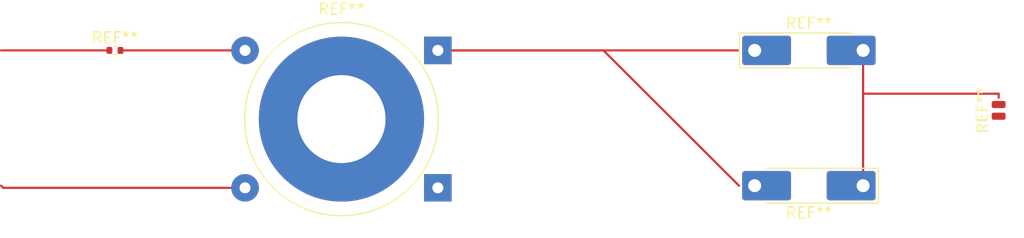
<source format=kicad_pcb>
(kicad_pcb (version 20240108) (generator "pcbnew") (generator_version "8.0")
  (layers (0 "F.Cu" signal) (31 "B.Cu" signal) (34 "B.Paste" user) (35 "F.Paste" user) (36 "B.SilkS" user "B.Silkscreen") (37 "F.SilkS" user "F.Silkscreen") (38 "B.Mask" user) (39 "F.Mask" user) (44 "Edge.Cuts" user))
  (net 0 "")
  (footprint "Transformer_THT:Transformer_Toroid_Horizontal_D18.0mm" (layer "F.Cu") (at 48 68)
    (property "Reference" "REF**" (at 8.89 -3.81 0) (layer "F.SilkS"))
    (property "Value" "Transformer_Toroid_Horizontal_D18.0mm")
    (fp_circle (center 8.89 6.35) (end 17.49 8.75) (stroke (width 0.12)) (fill none) (layer "F.SilkS"))
    (pad "" thru_hole circle (at 8.89 6.35) (size 15.24 15.24) (drill 8.13) (layers "*.Cu" "*.Mask"))
    (pad "1" thru_hole circle (at 0 0) (size 2.54 2.54) (drill 1.02) (layers "*.Cu" "*.Mask"))
    (pad "2" thru_hole circle (at 0 12.7) (size 2.54 2.54) (drill 1.02) (layers "*.Cu" "*.Mask"))
    (pad "3" thru_hole rect (at 17.78 0) (size 2.54 2.54) (drill 1.02) (layers "*.Cu" "*.Mask"))
    (pad "4" thru_hole rect (at 17.78 12.7) (size 2.54 2.54) (drill 1.02) (layers "*.Cu" "*.Mask"))
  )
  (footprint "Diode_SMD:D_MELF-RM10_Universal_Handsoldering" (layer "F.Cu") (at 100 80.5 180)
    (property "Reference" "REF**" (at 0 -2.5 360) (layer "F.SilkS"))
    (property "Value" "D_MELF-RM10_Universal_Handsoldering" (hide yes))
    (fp_line (start 3.9 -1.61) (end -6.41 -1.61) (stroke (width 0.12)) (layer "F.SilkS"))
    (fp_line (start -6.41 1.61) (end 3.9 1.61) (stroke (width 0.12)) (layer "F.SilkS"))
    (fp_line (start -6.41 -1.61) (end -6.41 1.61) (stroke (width 0.12)) (layer "F.SilkS"))
    (pad "1" thru_hole roundrect (at -5 0 180) (size 4.5 2.7) (drill 1.19888 (offset 1.1 0)) (layers "*.Cu" "*.Mask") (roundrect_rratio 0.0925925926))
    (pad "2" thru_hole roundrect (at 5 0) (size 4.5 2.7) (drill 1.19888 (offset 1.1 0)) (layers "*.Cu" "*.Mask") (roundrect_rratio 0.0925925926))
  )
  (footprint "Capacitor_SMD:C_0504_1310Metric" (layer "F.Cu") (at 117.5 73.54 90)
    (property "Reference" "REF**" (at 0 -1.49 90) (layer "F.SilkS"))
    (property "Value" "C_0504_1310Metric")
    (pad "1" smd roundrect (at -0.54 0 90) (size 0.66 1.28) (layers "F.Cu" "F.Paste" "F.Mask"))
    (pad "2" smd roundrect (at 0.54 0 90) (size 0.66 1.28) (layers "F.Cu" "F.Paste" "F.Mask"))
  )
  (footprint "Resistor_SMD:R_0402_1005Metric" (layer "F.Cu") (at 36 68)
    (property "Reference" "REF**" (at 0 -1.17 0) (layer "F.SilkS"))
    (property "Value" "R_0402_1005Metric")
    (fp_line (start -0.153641 -0.38) (end 0.153641 -0.38) (stroke (width 0.12)) (layer "F.SilkS"))
    (fp_line (start -0.153641 0.38) (end 0.153641 0.38) (stroke (width 0.12)) (layer "F.SilkS"))
    (pad "1" smd roundrect (at -0.51 0) (size 0.54 0.64) (layers "F.Cu" "F.Paste" "F.Mask"))
    (pad "2" smd roundrect (at 0.51 0) (size 0.54 0.64) (layers "F.Cu" "F.Paste" "F.Mask"))
  )
  (footprint "Diode_SMD:D_MELF-RM10_Universal_Handsoldering" (layer "F.Cu") (at 100 68)
    (property "Reference" "REF**" (at 0 -2.5 360) (layer "F.SilkS"))
    (property "Value" "D_MELF-RM10_Universal_Handsoldering" (hide yes))
    (fp_line (start -6.41 -1.61) (end -6.41 1.61) (stroke (width 0.12)) (layer "F.SilkS"))
    (fp_line (start -6.41 1.61) (end 3.9 1.61) (stroke (width 0.12)) (layer "F.SilkS"))
    (fp_line (start 3.9 -1.61) (end -6.41 -1.61) (stroke (width 0.12)) (layer "F.SilkS"))
    (pad "1" thru_hole roundrect (at -5 0) (size 4.5 2.7) (drill 1.19888 (offset 1.1 0)) (layers "*.Cu" "*.Mask") (roundrect_rratio 0.0925925926))
    (pad "2" thru_hole roundrect (at 5 0 180) (size 4.5 2.7) (drill 1.19888 (offset 1.1 0)) (layers "*.Cu" "*.Mask") (roundrect_rratio 0.0925925926))
  )
  (segment (start 105 68) (end 105 72) (width 0.2) (layer "F.Cu") (net 0))
  (segment (start 117.5 72) (end 117.5 72.37) (width 0.2) (layer "F.Cu") (net 0))
  (segment (start 35.49 68) (end 25.5 68) (width 0.2) (layer "F.Cu") (net 0))
  (segment (start 81.05 68) (end 93.55 80.5) (width 0.2) (layer "F.Cu") (net 0))
  (segment (start 65.78 68) (end 81.05 68) (width 0.2) (layer "F.Cu") (net 0))
  (segment (start 65.78 68) (end 93.55 68) (width 0.2) (layer "F.Cu") (net 0))
  (segment (start 25.7 80.7) (end 25.5 80.5) (width 0.2) (layer "F.Cu") (net 0))
  (segment (start 48 80.7) (end 25.7 80.7) (width 0.2) (layer "F.Cu") (net 0))
  (segment (start 36.51 68) (end 48 68) (width 0.2) (layer "F.Cu") (net 0))
  (segment (start 105 72) (end 117.5 72) (width 0.2) (layer "F.Cu") (net 0))
  (segment (start 105 72) (end 105 80.5) (width 0.2) (layer "F.Cu") (net 0))
  (segment (start 105.157816 80.5) (end 105 80.5) (width 0.2) (layer "F.Cu") (net 0))
)
</source>
